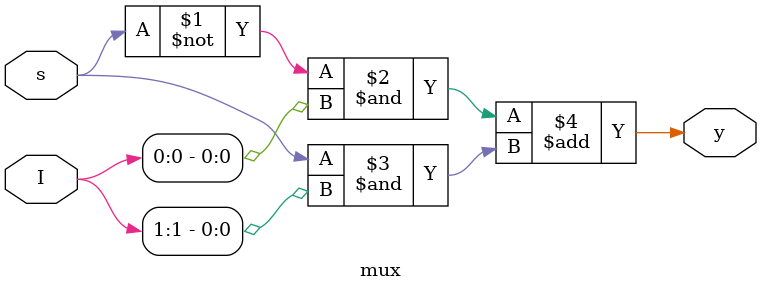
<source format=v>
module mux(I,s,y);
input [1:0]I;
input s;
output y;
assign y=(~s&I[0])+(s&I[1]);
endmodule

</source>
